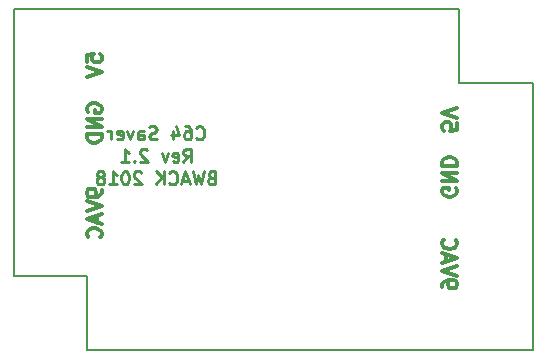
<source format=gbo>
G04 #@! TF.FileFunction,Legend,Bot*
%FSLAX46Y46*%
G04 Gerber Fmt 4.6, Leading zero omitted, Abs format (unit mm)*
G04 Created by KiCad (PCBNEW 4.0.7) date 07/23/18 00:18:49*
%MOMM*%
%LPD*%
G01*
G04 APERTURE LIST*
%ADD10C,0.100000*%
%ADD11C,0.150000*%
%ADD12C,0.250000*%
%ADD13C,0.300000*%
G04 APERTURE END LIST*
D10*
D11*
X140462000Y-106299000D02*
X140462000Y-83693000D01*
X146685000Y-106299000D02*
X140462000Y-106299000D01*
X146685000Y-112522000D02*
X146685000Y-106299000D01*
X184404000Y-112522000D02*
X146685000Y-112522000D01*
X184404000Y-89916000D02*
X184404000Y-112522000D01*
X178181000Y-89916000D02*
X184404000Y-89916000D01*
X178181000Y-83693000D02*
X178181000Y-89916000D01*
X140462000Y-83693000D02*
X178181000Y-83693000D01*
D12*
X155905571Y-94631857D02*
X155957952Y-94684238D01*
X156115095Y-94736619D01*
X156219857Y-94736619D01*
X156376999Y-94684238D01*
X156481761Y-94579476D01*
X156534142Y-94474714D01*
X156586523Y-94265190D01*
X156586523Y-94108048D01*
X156534142Y-93898524D01*
X156481761Y-93793762D01*
X156376999Y-93689000D01*
X156219857Y-93636619D01*
X156115095Y-93636619D01*
X155957952Y-93689000D01*
X155905571Y-93741381D01*
X154962714Y-93636619D02*
X155172237Y-93636619D01*
X155276999Y-93689000D01*
X155329380Y-93741381D01*
X155434142Y-93898524D01*
X155486523Y-94108048D01*
X155486523Y-94527095D01*
X155434142Y-94631857D01*
X155381761Y-94684238D01*
X155276999Y-94736619D01*
X155067476Y-94736619D01*
X154962714Y-94684238D01*
X154910333Y-94631857D01*
X154857952Y-94527095D01*
X154857952Y-94265190D01*
X154910333Y-94160429D01*
X154962714Y-94108048D01*
X155067476Y-94055667D01*
X155276999Y-94055667D01*
X155381761Y-94108048D01*
X155434142Y-94160429D01*
X155486523Y-94265190D01*
X153915095Y-94003286D02*
X153915095Y-94736619D01*
X154176999Y-93584238D02*
X154438904Y-94369952D01*
X153757952Y-94369952D01*
X152553190Y-94684238D02*
X152396047Y-94736619D01*
X152134143Y-94736619D01*
X152029381Y-94684238D01*
X151977000Y-94631857D01*
X151924619Y-94527095D01*
X151924619Y-94422333D01*
X151977000Y-94317571D01*
X152029381Y-94265190D01*
X152134143Y-94212810D01*
X152343666Y-94160429D01*
X152448428Y-94108048D01*
X152500809Y-94055667D01*
X152553190Y-93950905D01*
X152553190Y-93846143D01*
X152500809Y-93741381D01*
X152448428Y-93689000D01*
X152343666Y-93636619D01*
X152081762Y-93636619D01*
X151924619Y-93689000D01*
X150981762Y-94736619D02*
X150981762Y-94160429D01*
X151034143Y-94055667D01*
X151138905Y-94003286D01*
X151348428Y-94003286D01*
X151453190Y-94055667D01*
X150981762Y-94684238D02*
X151086524Y-94736619D01*
X151348428Y-94736619D01*
X151453190Y-94684238D01*
X151505571Y-94579476D01*
X151505571Y-94474714D01*
X151453190Y-94369952D01*
X151348428Y-94317571D01*
X151086524Y-94317571D01*
X150981762Y-94265190D01*
X150562714Y-94003286D02*
X150300809Y-94736619D01*
X150038905Y-94003286D01*
X149200810Y-94684238D02*
X149305572Y-94736619D01*
X149515095Y-94736619D01*
X149619857Y-94684238D01*
X149672238Y-94579476D01*
X149672238Y-94160429D01*
X149619857Y-94055667D01*
X149515095Y-94003286D01*
X149305572Y-94003286D01*
X149200810Y-94055667D01*
X149148429Y-94160429D01*
X149148429Y-94265190D01*
X149672238Y-94369952D01*
X148677000Y-94736619D02*
X148677000Y-94003286D01*
X148677000Y-94212810D02*
X148624619Y-94108048D01*
X148572238Y-94055667D01*
X148467476Y-94003286D01*
X148362715Y-94003286D01*
X154805571Y-96636619D02*
X155172237Y-96112810D01*
X155434142Y-96636619D02*
X155434142Y-95536619D01*
X155015095Y-95536619D01*
X154910333Y-95589000D01*
X154857952Y-95641381D01*
X154805571Y-95746143D01*
X154805571Y-95903286D01*
X154857952Y-96008048D01*
X154910333Y-96060429D01*
X155015095Y-96112810D01*
X155434142Y-96112810D01*
X153915095Y-96584238D02*
X154019857Y-96636619D01*
X154229380Y-96636619D01*
X154334142Y-96584238D01*
X154386523Y-96479476D01*
X154386523Y-96060429D01*
X154334142Y-95955667D01*
X154229380Y-95903286D01*
X154019857Y-95903286D01*
X153915095Y-95955667D01*
X153862714Y-96060429D01*
X153862714Y-96165190D01*
X154386523Y-96269952D01*
X153496047Y-95903286D02*
X153234142Y-96636619D01*
X152972238Y-95903286D01*
X151767476Y-95641381D02*
X151715095Y-95589000D01*
X151610333Y-95536619D01*
X151348429Y-95536619D01*
X151243667Y-95589000D01*
X151191286Y-95641381D01*
X151138905Y-95746143D01*
X151138905Y-95850905D01*
X151191286Y-96008048D01*
X151819857Y-96636619D01*
X151138905Y-96636619D01*
X150667476Y-96531857D02*
X150615095Y-96584238D01*
X150667476Y-96636619D01*
X150719857Y-96584238D01*
X150667476Y-96531857D01*
X150667476Y-96636619D01*
X149567476Y-96636619D02*
X150196047Y-96636619D01*
X149881761Y-96636619D02*
X149881761Y-95536619D01*
X149986523Y-95693762D01*
X150091285Y-95798524D01*
X150196047Y-95850905D01*
X157162714Y-97960429D02*
X157005571Y-98012810D01*
X156953190Y-98065190D01*
X156900809Y-98169952D01*
X156900809Y-98327095D01*
X156953190Y-98431857D01*
X157005571Y-98484238D01*
X157110333Y-98536619D01*
X157529380Y-98536619D01*
X157529380Y-97436619D01*
X157162714Y-97436619D01*
X157057952Y-97489000D01*
X157005571Y-97541381D01*
X156953190Y-97646143D01*
X156953190Y-97750905D01*
X157005571Y-97855667D01*
X157057952Y-97908048D01*
X157162714Y-97960429D01*
X157529380Y-97960429D01*
X156534142Y-97436619D02*
X156272237Y-98536619D01*
X156062714Y-97750905D01*
X155853190Y-98536619D01*
X155591285Y-97436619D01*
X155224618Y-98222333D02*
X154700809Y-98222333D01*
X155329380Y-98536619D02*
X154962713Y-97436619D01*
X154596047Y-98536619D01*
X153600809Y-98431857D02*
X153653190Y-98484238D01*
X153810333Y-98536619D01*
X153915095Y-98536619D01*
X154072237Y-98484238D01*
X154176999Y-98379476D01*
X154229380Y-98274714D01*
X154281761Y-98065190D01*
X154281761Y-97908048D01*
X154229380Y-97698524D01*
X154176999Y-97593762D01*
X154072237Y-97489000D01*
X153915095Y-97436619D01*
X153810333Y-97436619D01*
X153653190Y-97489000D01*
X153600809Y-97541381D01*
X153129380Y-98536619D02*
X153129380Y-97436619D01*
X152500809Y-98536619D02*
X152972237Y-97908048D01*
X152500809Y-97436619D02*
X153129380Y-98065190D01*
X151243666Y-97541381D02*
X151191285Y-97489000D01*
X151086523Y-97436619D01*
X150824619Y-97436619D01*
X150719857Y-97489000D01*
X150667476Y-97541381D01*
X150615095Y-97646143D01*
X150615095Y-97750905D01*
X150667476Y-97908048D01*
X151296047Y-98536619D01*
X150615095Y-98536619D01*
X149934142Y-97436619D02*
X149829381Y-97436619D01*
X149724619Y-97489000D01*
X149672238Y-97541381D01*
X149619857Y-97646143D01*
X149567476Y-97855667D01*
X149567476Y-98117571D01*
X149619857Y-98327095D01*
X149672238Y-98431857D01*
X149724619Y-98484238D01*
X149829381Y-98536619D01*
X149934142Y-98536619D01*
X150038904Y-98484238D01*
X150091285Y-98431857D01*
X150143666Y-98327095D01*
X150196047Y-98117571D01*
X150196047Y-97855667D01*
X150143666Y-97646143D01*
X150091285Y-97541381D01*
X150038904Y-97489000D01*
X149934142Y-97436619D01*
X148519857Y-98536619D02*
X149148428Y-98536619D01*
X148834142Y-98536619D02*
X148834142Y-97436619D01*
X148938904Y-97593762D01*
X149043666Y-97698524D01*
X149148428Y-97750905D01*
X147891285Y-97908048D02*
X147996047Y-97855667D01*
X148048428Y-97803286D01*
X148100809Y-97698524D01*
X148100809Y-97646143D01*
X148048428Y-97541381D01*
X147996047Y-97489000D01*
X147891285Y-97436619D01*
X147681762Y-97436619D01*
X147577000Y-97489000D01*
X147524619Y-97541381D01*
X147472238Y-97646143D01*
X147472238Y-97698524D01*
X147524619Y-97803286D01*
X147577000Y-97855667D01*
X147681762Y-97908048D01*
X147891285Y-97908048D01*
X147996047Y-97960429D01*
X148048428Y-98012810D01*
X148100809Y-98117571D01*
X148100809Y-98327095D01*
X148048428Y-98431857D01*
X147996047Y-98484238D01*
X147891285Y-98536619D01*
X147681762Y-98536619D01*
X147577000Y-98484238D01*
X147524619Y-98431857D01*
X147472238Y-98327095D01*
X147472238Y-98117571D01*
X147524619Y-98012810D01*
X147577000Y-97960429D01*
X147681762Y-97908048D01*
D13*
X147885476Y-99030476D02*
X147885476Y-99268571D01*
X147825952Y-99387619D01*
X147766429Y-99447143D01*
X147587857Y-99566190D01*
X147349762Y-99625714D01*
X146873571Y-99625714D01*
X146754524Y-99566190D01*
X146695000Y-99506666D01*
X146635476Y-99387619D01*
X146635476Y-99149523D01*
X146695000Y-99030476D01*
X146754524Y-98970952D01*
X146873571Y-98911428D01*
X147171190Y-98911428D01*
X147290238Y-98970952D01*
X147349762Y-99030476D01*
X147409286Y-99149523D01*
X147409286Y-99387619D01*
X147349762Y-99506666D01*
X147290238Y-99566190D01*
X147171190Y-99625714D01*
X146635476Y-99982857D02*
X147885476Y-100399523D01*
X146635476Y-100816190D01*
X147528333Y-101173333D02*
X147528333Y-101768571D01*
X147885476Y-101054286D02*
X146635476Y-101470952D01*
X147885476Y-101887619D01*
X147766429Y-103018572D02*
X147825952Y-102959048D01*
X147885476Y-102780477D01*
X147885476Y-102661429D01*
X147825952Y-102482857D01*
X147706905Y-102363810D01*
X147587857Y-102304286D01*
X147349762Y-102244762D01*
X147171190Y-102244762D01*
X146933095Y-102304286D01*
X146814048Y-102363810D01*
X146695000Y-102482857D01*
X146635476Y-102661429D01*
X146635476Y-102780477D01*
X146695000Y-102959048D01*
X146754524Y-103018572D01*
X146695000Y-92392619D02*
X146635476Y-92273571D01*
X146635476Y-92095000D01*
X146695000Y-91916428D01*
X146814048Y-91797381D01*
X146933095Y-91737857D01*
X147171190Y-91678333D01*
X147349762Y-91678333D01*
X147587857Y-91737857D01*
X147706905Y-91797381D01*
X147825952Y-91916428D01*
X147885476Y-92095000D01*
X147885476Y-92214048D01*
X147825952Y-92392619D01*
X147766429Y-92452143D01*
X147349762Y-92452143D01*
X147349762Y-92214048D01*
X147885476Y-92987857D02*
X146635476Y-92987857D01*
X147885476Y-93702143D01*
X146635476Y-93702143D01*
X147885476Y-94297381D02*
X146635476Y-94297381D01*
X146635476Y-94595000D01*
X146695000Y-94773572D01*
X146814048Y-94892619D01*
X146933095Y-94952143D01*
X147171190Y-95011667D01*
X147349762Y-95011667D01*
X147587857Y-94952143D01*
X147706905Y-94892619D01*
X147825952Y-94773572D01*
X147885476Y-94595000D01*
X147885476Y-94297381D01*
X146635476Y-88153905D02*
X146635476Y-87558667D01*
X147230714Y-87499143D01*
X147171190Y-87558667D01*
X147111667Y-87677715D01*
X147111667Y-87975334D01*
X147171190Y-88094381D01*
X147230714Y-88153905D01*
X147349762Y-88213429D01*
X147647381Y-88213429D01*
X147766429Y-88153905D01*
X147825952Y-88094381D01*
X147885476Y-87975334D01*
X147885476Y-87677715D01*
X147825952Y-87558667D01*
X147766429Y-87499143D01*
X146635476Y-88570572D02*
X147885476Y-88987238D01*
X146635476Y-89403905D01*
X177976524Y-93329095D02*
X177976524Y-93924333D01*
X177381286Y-93983857D01*
X177440810Y-93924333D01*
X177500333Y-93805285D01*
X177500333Y-93507666D01*
X177440810Y-93388619D01*
X177381286Y-93329095D01*
X177262238Y-93269571D01*
X176964619Y-93269571D01*
X176845571Y-93329095D01*
X176786048Y-93388619D01*
X176726524Y-93507666D01*
X176726524Y-93805285D01*
X176786048Y-93924333D01*
X176845571Y-93983857D01*
X177976524Y-92912428D02*
X176726524Y-92495762D01*
X177976524Y-92079095D01*
X177917000Y-98869381D02*
X177976524Y-98988429D01*
X177976524Y-99167000D01*
X177917000Y-99345572D01*
X177797952Y-99464619D01*
X177678905Y-99524143D01*
X177440810Y-99583667D01*
X177262238Y-99583667D01*
X177024143Y-99524143D01*
X176905095Y-99464619D01*
X176786048Y-99345572D01*
X176726524Y-99167000D01*
X176726524Y-99047952D01*
X176786048Y-98869381D01*
X176845571Y-98809857D01*
X177262238Y-98809857D01*
X177262238Y-99047952D01*
X176726524Y-98274143D02*
X177976524Y-98274143D01*
X176726524Y-97559857D01*
X177976524Y-97559857D01*
X176726524Y-96964619D02*
X177976524Y-96964619D01*
X177976524Y-96667000D01*
X177917000Y-96488428D01*
X177797952Y-96369381D01*
X177678905Y-96309857D01*
X177440810Y-96250333D01*
X177262238Y-96250333D01*
X177024143Y-96309857D01*
X176905095Y-96369381D01*
X176786048Y-96488428D01*
X176726524Y-96667000D01*
X176726524Y-96964619D01*
X176726524Y-107217524D02*
X176726524Y-106979429D01*
X176786048Y-106860381D01*
X176845571Y-106800857D01*
X177024143Y-106681810D01*
X177262238Y-106622286D01*
X177738429Y-106622286D01*
X177857476Y-106681810D01*
X177917000Y-106741334D01*
X177976524Y-106860381D01*
X177976524Y-107098477D01*
X177917000Y-107217524D01*
X177857476Y-107277048D01*
X177738429Y-107336572D01*
X177440810Y-107336572D01*
X177321762Y-107277048D01*
X177262238Y-107217524D01*
X177202714Y-107098477D01*
X177202714Y-106860381D01*
X177262238Y-106741334D01*
X177321762Y-106681810D01*
X177440810Y-106622286D01*
X177976524Y-106265143D02*
X176726524Y-105848477D01*
X177976524Y-105431810D01*
X177083667Y-105074667D02*
X177083667Y-104479429D01*
X176726524Y-105193714D02*
X177976524Y-104777048D01*
X176726524Y-104360381D01*
X176845571Y-103229428D02*
X176786048Y-103288952D01*
X176726524Y-103467523D01*
X176726524Y-103586571D01*
X176786048Y-103765143D01*
X176905095Y-103884190D01*
X177024143Y-103943714D01*
X177262238Y-104003238D01*
X177440810Y-104003238D01*
X177678905Y-103943714D01*
X177797952Y-103884190D01*
X177917000Y-103765143D01*
X177976524Y-103586571D01*
X177976524Y-103467523D01*
X177917000Y-103288952D01*
X177857476Y-103229428D01*
M02*

</source>
